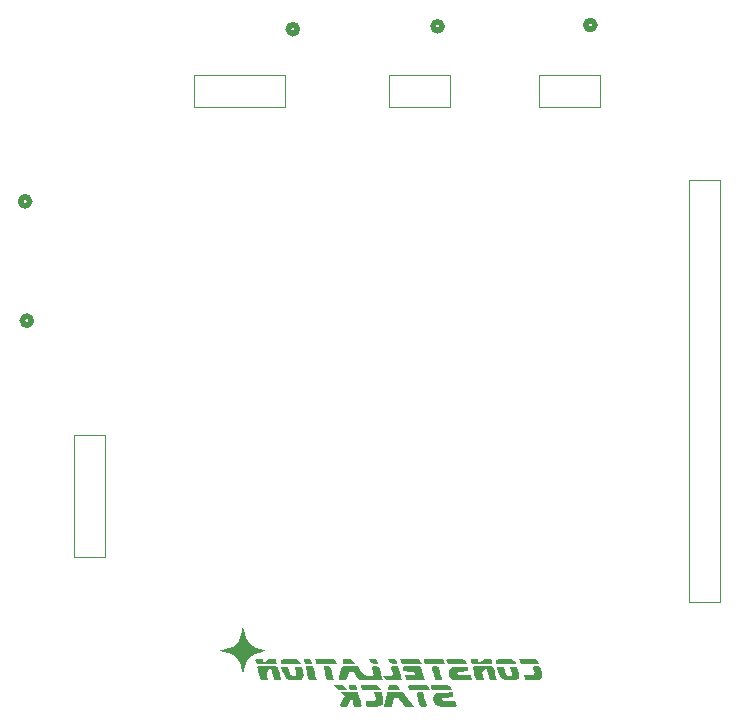
<source format=gbo>
G04 #@! TF.GenerationSoftware,KiCad,Pcbnew,8.0.6*
G04 #@! TF.CreationDate,2025-01-17T02:30:12-08:00*
G04 #@! TF.ProjectId,Constellation Saddle V1.0,436f6e73-7465-46c6-9c61-74696f6e2053,rev?*
G04 #@! TF.SameCoordinates,Original*
G04 #@! TF.FileFunction,Legend,Bot*
G04 #@! TF.FilePolarity,Positive*
%FSLAX46Y46*%
G04 Gerber Fmt 4.6, Leading zero omitted, Abs format (unit mm)*
G04 Created by KiCad (PCBNEW 8.0.6) date 2025-01-17 02:30:12*
%MOMM*%
%LPD*%
G01*
G04 APERTURE LIST*
%ADD10C,0.508000*%
%ADD11C,0.120000*%
%ADD12C,0.000000*%
%ADD13C,5.600000*%
%ADD14R,1.700000X1.700000*%
%ADD15O,1.700000X1.700000*%
%ADD16C,1.900000*%
%ADD17C,1.700000*%
G04 APERTURE END LIST*
D10*
X22886000Y-37277995D02*
G75*
G02*
X22124000Y-37277995I-381000J0D01*
G01*
X22124000Y-37277995D02*
G75*
G02*
X22886000Y-37277995I381000J0D01*
G01*
X57806000Y-22455000D02*
G75*
G02*
X57044000Y-22455000I-381000J0D01*
G01*
X57044000Y-22455000D02*
G75*
G02*
X57806000Y-22455000I381000J0D01*
G01*
X23037800Y-47381995D02*
G75*
G02*
X22275802Y-47381995I-380999J0D01*
G01*
X22275802Y-47381995D02*
G75*
G02*
X23037800Y-47381995I380999J0D01*
G01*
X70739000Y-22348500D02*
G75*
G02*
X69977000Y-22348500I-381000J0D01*
G01*
X69977000Y-22348500D02*
G75*
G02*
X70739000Y-22348500I381000J0D01*
G01*
X45556000Y-22700000D02*
G75*
G02*
X44794000Y-22700000I-381000J0D01*
G01*
X44794000Y-22700000D02*
G75*
G02*
X45556000Y-22700000I381000J0D01*
G01*
D11*
X36770000Y-29270000D02*
X36770000Y-26610000D01*
X44509999Y-26610000D02*
X36770000Y-26610000D01*
X44509999Y-29270000D02*
X36770000Y-29270000D01*
X44509999Y-29270000D02*
X44509999Y-26610000D01*
X53280000Y-26610000D02*
X53280000Y-29270000D01*
X53280000Y-26610000D02*
X58480000Y-26610000D01*
X53280000Y-29270000D02*
X58480000Y-29270000D01*
X58480000Y-26610000D02*
X58480000Y-29270000D01*
D12*
G36*
X65900218Y-76196323D02*
G01*
X65958575Y-76259937D01*
X66029624Y-76362065D01*
X66043163Y-76425310D01*
X65984325Y-76446351D01*
X65828127Y-76460888D01*
X65580021Y-76467027D01*
X65244640Y-76464540D01*
X64478982Y-76450593D01*
X64416779Y-76235553D01*
X64354577Y-76020513D01*
X65039492Y-76020513D01*
X65724407Y-76020513D01*
X65900218Y-76196323D01*
G37*
G36*
X55972424Y-76209350D02*
G01*
X56008322Y-76263785D01*
X56074500Y-76375432D01*
X56100742Y-76438263D01*
X56073455Y-76447901D01*
X55960636Y-76457992D01*
X55775646Y-76464459D01*
X55535049Y-76466788D01*
X55255408Y-76464466D01*
X54410074Y-76450593D01*
X54347863Y-76235553D01*
X54285653Y-76020513D01*
X55064879Y-76020513D01*
X55844106Y-76020513D01*
X55972424Y-76209350D01*
G37*
G36*
X52231823Y-76031081D02*
G01*
X52298157Y-76073546D01*
X52341668Y-76169166D01*
X52390043Y-76339272D01*
X52395132Y-76384270D01*
X52363283Y-76412039D01*
X52271760Y-76420543D01*
X52099981Y-76415168D01*
X52035632Y-76411994D01*
X51888795Y-76399634D01*
X51805884Y-76372010D01*
X51758673Y-76313943D01*
X51718937Y-76210254D01*
X51653450Y-76020513D01*
X51976276Y-76020513D01*
X52114976Y-76020441D01*
X52231823Y-76031081D01*
G37*
G36*
X53850946Y-76031081D02*
G01*
X53917281Y-76073546D01*
X53960791Y-76169166D01*
X54009167Y-76339272D01*
X54014255Y-76384270D01*
X53982406Y-76412039D01*
X53890883Y-76420543D01*
X53719105Y-76415168D01*
X53654755Y-76411994D01*
X53507919Y-76399634D01*
X53425007Y-76372010D01*
X53377796Y-76313943D01*
X53338061Y-76210254D01*
X53272573Y-76020513D01*
X53595399Y-76020513D01*
X53734100Y-76020441D01*
X53850946Y-76031081D01*
G37*
G36*
X46395555Y-76020519D02*
G01*
X46557412Y-76024168D01*
X46648866Y-76043366D01*
X46698584Y-76090975D01*
X46735235Y-76179856D01*
X46736596Y-76183782D01*
X46774912Y-76314309D01*
X46790782Y-76407546D01*
X46774689Y-76439578D01*
X46687901Y-76467352D01*
X46514275Y-76475892D01*
X46345515Y-76468070D01*
X46232569Y-76427902D01*
X46164894Y-76332662D01*
X46113750Y-76159657D01*
X46080487Y-76020513D01*
X46380087Y-76020513D01*
X46395555Y-76020519D01*
G37*
G36*
X49300347Y-78203168D02*
G01*
X49395498Y-78225259D01*
X49471817Y-78277571D01*
X49561001Y-78369894D01*
X49613065Y-78429224D01*
X49693678Y-78535428D01*
X49725443Y-78600248D01*
X49689561Y-78624564D01*
X49573732Y-78644221D01*
X49400363Y-78651589D01*
X49350027Y-78651501D01*
X49188356Y-78645220D01*
X49080210Y-78617723D01*
X48987059Y-78553377D01*
X48870375Y-78436549D01*
X48665467Y-78221509D01*
X49031013Y-78206194D01*
X49154670Y-78201507D01*
X49300347Y-78203168D01*
G37*
G36*
X46591693Y-76637439D02*
G01*
X46862433Y-76652983D01*
X47027160Y-77234856D01*
X47027668Y-77236651D01*
X47091598Y-77462965D01*
X47144208Y-77650123D01*
X47180062Y-77778727D01*
X47193725Y-77829378D01*
X47154564Y-77835476D01*
X47039333Y-77840213D01*
X46874384Y-77842027D01*
X46553206Y-77842027D01*
X46400325Y-77272804D01*
X46345996Y-77057644D01*
X46304063Y-76863572D01*
X46282138Y-76724973D01*
X46284199Y-76662738D01*
X46318973Y-76648301D01*
X46433544Y-76635795D01*
X46591693Y-76637439D01*
G37*
G36*
X47884955Y-76021139D02*
G01*
X48688192Y-76021766D01*
X48802037Y-76197522D01*
X48826510Y-76236505D01*
X48890305Y-76352787D01*
X48915882Y-76424584D01*
X48913081Y-76429901D01*
X48840614Y-76449448D01*
X48674695Y-76463884D01*
X48421503Y-76472826D01*
X48087216Y-76475892D01*
X47993255Y-76475863D01*
X47692672Y-76474047D01*
X47474809Y-76466170D01*
X47325019Y-76447782D01*
X47228655Y-76414435D01*
X47171069Y-76361677D01*
X47137614Y-76285060D01*
X47113642Y-76180133D01*
X47081718Y-76020513D01*
X47884955Y-76021139D01*
G37*
G36*
X50338085Y-78199054D02*
G01*
X50443323Y-78214920D01*
X50500144Y-78253882D01*
X50536257Y-78325998D01*
X50567642Y-78431046D01*
X50585603Y-78553688D01*
X50582887Y-78585709D01*
X50552093Y-78627845D01*
X50467722Y-78647037D01*
X50306064Y-78651589D01*
X50196797Y-78650806D01*
X50084714Y-78637038D01*
X50015188Y-78589586D01*
X49963738Y-78487557D01*
X49905882Y-78310055D01*
X49903063Y-78300892D01*
X49892787Y-78242109D01*
X49921467Y-78210838D01*
X50009845Y-78198425D01*
X50178665Y-78196210D01*
X50338085Y-78199054D01*
G37*
G36*
X53682367Y-78196255D02*
G01*
X53847466Y-78201535D01*
X53952576Y-78225450D01*
X54032928Y-78281912D01*
X54123752Y-78384830D01*
X54174144Y-78448084D01*
X54249552Y-78553628D01*
X54279228Y-78612520D01*
X54249720Y-78625265D01*
X54137725Y-78638881D01*
X53961661Y-78648160D01*
X53742322Y-78651589D01*
X53205416Y-78651589D01*
X53240940Y-78462233D01*
X53246729Y-78432432D01*
X53276046Y-78305680D01*
X53300154Y-78234544D01*
X53350426Y-78216317D01*
X53475836Y-78201782D01*
X53646061Y-78196210D01*
X53682367Y-78196255D01*
G37*
G36*
X56530822Y-78197463D02*
G01*
X56644666Y-78373219D01*
X56669139Y-78412202D01*
X56732934Y-78528484D01*
X56758511Y-78600282D01*
X56754116Y-78606825D01*
X56675775Y-78625881D01*
X56503947Y-78639928D01*
X56244499Y-78648615D01*
X55903301Y-78651589D01*
X55048092Y-78651589D01*
X54992544Y-78492246D01*
X54981526Y-78460778D01*
X54949230Y-78360388D01*
X54942528Y-78289260D01*
X54974019Y-78242374D01*
X55056303Y-78214709D01*
X55201980Y-78201245D01*
X55423649Y-78196961D01*
X55733909Y-78196837D01*
X56530822Y-78197463D01*
G37*
G36*
X56280957Y-79144916D02*
G01*
X56313101Y-79258929D01*
X56377634Y-79486826D01*
X56434163Y-79685374D01*
X56458490Y-79774606D01*
X56492268Y-79917715D01*
X56505523Y-80004134D01*
X56479568Y-80043658D01*
X56388650Y-80060864D01*
X56215339Y-80058198D01*
X55925154Y-80043023D01*
X55787326Y-79537047D01*
X55735017Y-79344855D01*
X55680536Y-79131827D01*
X55656345Y-78991458D01*
X55665431Y-78908617D01*
X55710783Y-78868177D01*
X55795389Y-78855007D01*
X55922237Y-78853979D01*
X56199110Y-78853979D01*
X56280957Y-79144916D01*
G37*
G36*
X57962575Y-76215432D02*
G01*
X57991920Y-76271297D01*
X58036753Y-76383469D01*
X58039356Y-76443122D01*
X58015787Y-76449830D01*
X57905623Y-76460161D01*
X57722853Y-76468424D01*
X57485515Y-76473906D01*
X57211652Y-76475892D01*
X57176733Y-76475888D01*
X56867932Y-76474492D01*
X56643913Y-76467326D01*
X56489712Y-76449682D01*
X56390366Y-76416849D01*
X56330909Y-76364119D01*
X56296378Y-76286784D01*
X56271810Y-76180133D01*
X56239886Y-76020513D01*
X57046455Y-76020513D01*
X57853024Y-76020513D01*
X57962575Y-76215432D01*
G37*
G36*
X49859899Y-76020739D02*
G01*
X50014629Y-76027405D01*
X50113950Y-76052734D01*
X50190854Y-76109164D01*
X50278333Y-76209133D01*
X50328726Y-76272386D01*
X50404134Y-76377931D01*
X50433810Y-76436822D01*
X50409771Y-76451107D01*
X50307368Y-76465475D01*
X50148021Y-76473423D01*
X49957444Y-76475219D01*
X49761350Y-76471125D01*
X49585451Y-76461406D01*
X49455460Y-76446328D01*
X49397091Y-76426155D01*
X49394001Y-76419834D01*
X49385339Y-76330533D01*
X49399736Y-76198465D01*
X49433120Y-76020513D01*
X49777988Y-76020513D01*
X49859899Y-76020739D01*
G37*
G36*
X52430655Y-78353245D02*
G01*
X52484099Y-78403411D01*
X52573982Y-78507604D01*
X52609507Y-78580934D01*
X52607389Y-78592021D01*
X52575682Y-78616669D01*
X52495614Y-78633749D01*
X52353986Y-78644461D01*
X52137599Y-78650007D01*
X51833253Y-78651589D01*
X51056999Y-78651589D01*
X50998393Y-78455978D01*
X50986301Y-78414929D01*
X50953112Y-78293074D01*
X50939786Y-78228288D01*
X50941475Y-78225983D01*
X51005486Y-78214337D01*
X51148416Y-78204880D01*
X51351456Y-78198531D01*
X51595794Y-78196210D01*
X52251803Y-78196210D01*
X52430655Y-78353245D01*
G37*
G36*
X59110526Y-76023792D02*
G01*
X59366793Y-76035413D01*
X59557460Y-76054213D01*
X59664783Y-76078909D01*
X59753920Y-76135265D01*
X59854809Y-76238025D01*
X59917742Y-76345508D01*
X59919978Y-76426723D01*
X59905125Y-76434960D01*
X59805303Y-76451542D01*
X59625865Y-76464480D01*
X59381766Y-76472891D01*
X59087965Y-76475892D01*
X58286339Y-76475892D01*
X58230791Y-76316548D01*
X58202333Y-76233754D01*
X58179829Y-76142434D01*
X58192220Y-76081799D01*
X58252767Y-76045568D01*
X58374728Y-76027463D01*
X58571363Y-76021204D01*
X58855931Y-76020513D01*
X59110526Y-76023792D01*
G37*
G36*
X63380843Y-76021153D02*
G01*
X63560437Y-76026043D01*
X63681670Y-76039655D01*
X63766653Y-76066462D01*
X63837497Y-76110935D01*
X63916312Y-76177548D01*
X63969756Y-76227713D01*
X64059639Y-76331907D01*
X64095164Y-76405237D01*
X64087632Y-76424189D01*
X64043558Y-76445572D01*
X63948906Y-76460395D01*
X63791027Y-76469697D01*
X63557276Y-76474516D01*
X63235005Y-76475892D01*
X62374846Y-76475892D01*
X62374846Y-76340732D01*
X62380994Y-76245868D01*
X62416307Y-76148877D01*
X62495642Y-76083795D01*
X62633209Y-76044673D01*
X62843221Y-76025562D01*
X63139891Y-76020513D01*
X63380843Y-76021153D01*
G37*
G36*
X42670803Y-76201681D02*
G01*
X42717674Y-76382849D01*
X42928108Y-76201681D01*
X42987651Y-76151738D01*
X43113774Y-76066547D01*
X43240744Y-76028949D01*
X43418449Y-76020513D01*
X43533703Y-76023808D01*
X43662389Y-76037731D01*
X43722047Y-76058847D01*
X43726146Y-76067072D01*
X43752317Y-76153675D01*
X43781262Y-76286536D01*
X43816785Y-76475892D01*
X42973712Y-76475892D01*
X42130638Y-76475892D01*
X42057324Y-76300425D01*
X42047083Y-76275403D01*
X42002225Y-76150691D01*
X41984009Y-76072736D01*
X42015879Y-76048741D01*
X42129231Y-76028162D01*
X42303970Y-76020513D01*
X42623931Y-76020513D01*
X42670803Y-76201681D01*
G37*
G36*
X45139085Y-76021044D02*
G01*
X45325205Y-76025471D01*
X45449854Y-76038053D01*
X45534762Y-76063048D01*
X45601661Y-76104714D01*
X45672284Y-76167307D01*
X45707674Y-76202481D01*
X45794626Y-76312322D01*
X45829427Y-76396220D01*
X45828911Y-76404920D01*
X45813473Y-76432698D01*
X45766239Y-76451845D01*
X45673336Y-76463479D01*
X45520895Y-76468715D01*
X45295046Y-76468672D01*
X44981917Y-76464466D01*
X44134407Y-76450593D01*
X44145614Y-76299177D01*
X44157811Y-76215224D01*
X44198367Y-76130874D01*
X44280251Y-76074573D01*
X44418375Y-76040976D01*
X44627651Y-76024738D01*
X44922990Y-76020513D01*
X45139085Y-76021044D01*
G37*
G36*
X48082963Y-76627732D02*
G01*
X48231002Y-76637049D01*
X48312645Y-76670937D01*
X48359220Y-76741529D01*
X48364976Y-76756186D01*
X48400131Y-76862152D01*
X48449944Y-77026219D01*
X48507102Y-77222555D01*
X48564290Y-77425331D01*
X48614193Y-77608715D01*
X48649500Y-77746878D01*
X48662894Y-77813988D01*
X48633294Y-77826239D01*
X48527071Y-77837630D01*
X48370210Y-77842027D01*
X48077527Y-77842027D01*
X47923163Y-77260256D01*
X47865456Y-77033289D01*
X47821707Y-76842400D01*
X47796539Y-76708995D01*
X47794200Y-76653085D01*
X47816369Y-76644711D01*
X47917096Y-76632490D01*
X48065240Y-76627684D01*
X48082963Y-76627732D01*
G37*
G36*
X54172219Y-76969218D02*
G01*
X54223905Y-77146570D01*
X54292092Y-77381075D01*
X54348726Y-77576390D01*
X54425567Y-77842027D01*
X53774777Y-77842027D01*
X53123987Y-77842027D01*
X52963690Y-77639637D01*
X52803394Y-77437246D01*
X53157691Y-77437246D01*
X53311281Y-77436865D01*
X53490083Y-77428691D01*
X53590787Y-77399259D01*
X53627737Y-77334914D01*
X53615275Y-77222002D01*
X53567745Y-77046867D01*
X53567517Y-77046067D01*
X53523419Y-76872985D01*
X53498966Y-76738270D01*
X53499448Y-76671028D01*
X53531650Y-76654124D01*
X53642576Y-76635091D01*
X53799394Y-76627684D01*
X54072553Y-76627684D01*
X54172219Y-76969218D01*
G37*
G36*
X57830935Y-78198146D02*
G01*
X58051006Y-78205664D01*
X58203957Y-78220548D01*
X58307419Y-78244572D01*
X58379026Y-78279509D01*
X58456194Y-78335709D01*
X58584663Y-78466993D01*
X58630623Y-78585363D01*
X58628962Y-78593535D01*
X58594305Y-78616943D01*
X58505774Y-78633512D01*
X58351550Y-78644182D01*
X58119814Y-78649894D01*
X57798748Y-78651589D01*
X57600979Y-78650495D01*
X57345454Y-78645469D01*
X57139082Y-78637069D01*
X56999210Y-78626072D01*
X56943182Y-78613255D01*
X56939083Y-78605030D01*
X56912912Y-78518427D01*
X56883968Y-78385566D01*
X56848444Y-78196210D01*
X57551183Y-78196210D01*
X57830935Y-78198146D01*
G37*
G36*
X57249563Y-76627858D02*
G01*
X57393053Y-76637971D01*
X57472080Y-76672004D01*
X57517388Y-76741529D01*
X57523144Y-76756186D01*
X57558298Y-76862152D01*
X57608112Y-77026219D01*
X57665269Y-77222555D01*
X57722457Y-77425331D01*
X57772361Y-77608715D01*
X57807667Y-77746878D01*
X57821061Y-77813988D01*
X57791054Y-77826295D01*
X57684418Y-77837647D01*
X57527200Y-77842027D01*
X57233338Y-77842027D01*
X57097120Y-77316407D01*
X57046506Y-77120879D01*
X56994482Y-76907138D01*
X56971047Y-76766188D01*
X56978790Y-76682897D01*
X57020299Y-76642137D01*
X57098164Y-76628776D01*
X57214974Y-76627684D01*
X57249563Y-76627858D01*
G37*
G36*
X52760636Y-79043720D02*
G01*
X52800270Y-79198480D01*
X52842893Y-79455641D01*
X52848025Y-79667894D01*
X52814007Y-79811392D01*
X52812773Y-79813653D01*
X52722570Y-79913162D01*
X52592874Y-79994563D01*
X52591653Y-79995089D01*
X52445669Y-80032231D01*
X52221523Y-80056799D01*
X51941467Y-80066341D01*
X51450519Y-80068322D01*
X51397825Y-79878581D01*
X51393002Y-79861215D01*
X51356325Y-79714679D01*
X51357055Y-79626128D01*
X51411138Y-79580958D01*
X51534521Y-79564565D01*
X51743152Y-79562346D01*
X51825722Y-79561923D01*
X52037427Y-79550971D01*
X52164164Y-79515769D01*
X52218151Y-79443837D01*
X52211604Y-79322696D01*
X52156743Y-79139865D01*
X52058384Y-78853979D01*
X52382165Y-78853979D01*
X52705946Y-78853979D01*
X52760636Y-79043720D01*
G37*
G36*
X50788583Y-79220812D02*
G01*
X50791196Y-79229844D01*
X50850345Y-79431676D01*
X50904601Y-79612569D01*
X50942519Y-79734338D01*
X50974860Y-79858221D01*
X50990384Y-79974677D01*
X50986495Y-80008291D01*
X50951491Y-80046417D01*
X50861062Y-80064039D01*
X50692417Y-80068322D01*
X50394450Y-80068322D01*
X50304887Y-79737450D01*
X50254506Y-79568358D01*
X50207430Y-79439698D01*
X50174406Y-79381289D01*
X50167417Y-79381070D01*
X50118178Y-79431768D01*
X50042657Y-79548779D01*
X49954128Y-79712161D01*
X49774769Y-80068322D01*
X49471819Y-80068322D01*
X49345865Y-80064306D01*
X49216187Y-80045393D01*
X49168870Y-80013948D01*
X49172032Y-79998388D01*
X49209285Y-79904776D01*
X49279622Y-79755337D01*
X49371873Y-79574261D01*
X49574877Y-79188947D01*
X49412546Y-79021463D01*
X49250214Y-78853979D01*
X49966363Y-78853979D01*
X50682513Y-78853979D01*
X50788583Y-79220812D01*
G37*
G36*
X60592969Y-76020554D02*
G01*
X60745791Y-76024655D01*
X60828954Y-76043758D01*
X60868386Y-76089461D01*
X60890016Y-76173359D01*
X60922156Y-76287751D01*
X60956631Y-76348482D01*
X60978505Y-76345800D01*
X61056942Y-76293290D01*
X61162411Y-76195636D01*
X61259261Y-76103034D01*
X61351184Y-76048087D01*
X61468369Y-76025131D01*
X61648728Y-76020513D01*
X61965308Y-76020513D01*
X62016387Y-76205506D01*
X62024194Y-76235547D01*
X62045878Y-76360612D01*
X62041078Y-76433195D01*
X62017538Y-76442188D01*
X61907922Y-76455555D01*
X61725654Y-76466241D01*
X61488521Y-76473326D01*
X61214310Y-76475892D01*
X61169738Y-76475886D01*
X60862302Y-76474424D01*
X60639306Y-76467141D01*
X60485838Y-76449373D01*
X60386988Y-76416454D01*
X60327842Y-76363717D01*
X60293490Y-76286499D01*
X60269021Y-76180133D01*
X60237097Y-76020513D01*
X60548272Y-76020513D01*
X60592969Y-76020554D01*
G37*
G36*
X65802126Y-76627727D02*
G01*
X65978801Y-76639414D01*
X66089095Y-76686676D01*
X66160012Y-76791031D01*
X66218554Y-76973999D01*
X66253370Y-77120968D01*
X66282600Y-77386395D01*
X66247627Y-77585083D01*
X66147649Y-77725545D01*
X66128383Y-77741716D01*
X66061217Y-77787348D01*
X65980176Y-77816625D01*
X65863436Y-77833117D01*
X65689171Y-77840395D01*
X65435558Y-77842027D01*
X64858885Y-77842027D01*
X64806191Y-77652286D01*
X64796932Y-77618369D01*
X64765888Y-77494038D01*
X64753216Y-77424597D01*
X64756571Y-77419653D01*
X64825495Y-77402848D01*
X64965179Y-77391081D01*
X65151519Y-77386649D01*
X65200918Y-77386477D01*
X65428008Y-77376452D01*
X65568666Y-77343338D01*
X65634984Y-77276527D01*
X65639054Y-77165411D01*
X65592969Y-76999382D01*
X65547225Y-76860490D01*
X65518326Y-76729282D01*
X65541448Y-76659792D01*
X65626650Y-76632450D01*
X65783989Y-76627684D01*
X65802126Y-76627727D01*
G37*
G36*
X53840161Y-78814603D02*
G01*
X54502555Y-78828681D01*
X54947465Y-79404144D01*
X55010316Y-79485882D01*
X55160809Y-79685559D01*
X55282054Y-79852113D01*
X55362944Y-79970072D01*
X55392376Y-80023965D01*
X55392110Y-80025688D01*
X55339448Y-80047233D01*
X55213096Y-80062514D01*
X55038659Y-80068322D01*
X54684942Y-80068322D01*
X54421124Y-79688840D01*
X54408439Y-79670601D01*
X54285704Y-79497832D01*
X54198096Y-79391344D01*
X54125518Y-79335116D01*
X54047872Y-79313127D01*
X53945060Y-79309358D01*
X53732813Y-79309358D01*
X53648386Y-79688840D01*
X53563959Y-80068322D01*
X53238526Y-80068322D01*
X53079856Y-80065801D01*
X52959235Y-80058688D01*
X52913093Y-80048593D01*
X52914872Y-80035105D01*
X52931935Y-79943453D01*
X52962887Y-79788228D01*
X53002546Y-79594400D01*
X53045733Y-79386941D01*
X53087266Y-79190820D01*
X53121966Y-79031007D01*
X53144651Y-78932473D01*
X53177768Y-78800526D01*
X53840161Y-78814603D01*
G37*
G36*
X44873803Y-77045115D02*
G01*
X44923450Y-77193402D01*
X44974117Y-77319981D01*
X45023822Y-77387272D01*
X45089886Y-77416269D01*
X45189629Y-77427968D01*
X45330357Y-77436263D01*
X45438433Y-77422018D01*
X45482577Y-77364214D01*
X45473482Y-77245354D01*
X45421838Y-77047942D01*
X45417741Y-77033607D01*
X45370081Y-76865031D01*
X45336290Y-76742293D01*
X45323451Y-76691093D01*
X45354512Y-76685405D01*
X45462217Y-76680264D01*
X45620369Y-76678282D01*
X45917288Y-76678282D01*
X45999852Y-76972538D01*
X46040558Y-77130657D01*
X46078469Y-77372928D01*
X46062057Y-77551763D01*
X45988438Y-77683280D01*
X45854726Y-77783600D01*
X45763517Y-77810611D01*
X45591599Y-77830796D01*
X45379964Y-77838796D01*
X45161279Y-77834463D01*
X44968208Y-77817651D01*
X44833419Y-77788211D01*
X44813499Y-77780514D01*
X44680047Y-77715301D01*
X44570431Y-77627033D01*
X44475267Y-77500617D01*
X44385169Y-77320956D01*
X44290753Y-77072959D01*
X44182634Y-76741529D01*
X44195457Y-76707836D01*
X44282368Y-76685223D01*
X44457961Y-76678282D01*
X44753040Y-76678282D01*
X44873803Y-77045115D01*
G37*
G36*
X58731818Y-78966978D02*
G01*
X58731065Y-78999817D01*
X58700681Y-79134073D01*
X58615050Y-79222417D01*
X58459337Y-79274474D01*
X58218708Y-79299866D01*
X58130117Y-79305252D01*
X57928453Y-79327381D01*
X57815539Y-79361777D01*
X57782205Y-79412673D01*
X57819281Y-79484305D01*
X57822201Y-79487679D01*
X57879167Y-79523947D01*
X57983155Y-79546881D01*
X58152160Y-79558880D01*
X58404179Y-79562346D01*
X58924309Y-79562346D01*
X58979856Y-79721689D01*
X59019019Y-79861427D01*
X59035404Y-79974677D01*
X59028573Y-80011465D01*
X58997639Y-80037349D01*
X58927184Y-80053946D01*
X58801791Y-80063287D01*
X58606044Y-80067402D01*
X58324524Y-80068322D01*
X58258434Y-80068241D01*
X57952949Y-80063859D01*
X57725905Y-80049391D01*
X57558157Y-80020128D01*
X57430563Y-79971363D01*
X57323982Y-79898387D01*
X57219270Y-79796494D01*
X57131011Y-79659831D01*
X57074580Y-79421474D01*
X57074125Y-79416695D01*
X57068664Y-79252628D01*
X57099313Y-79138703D01*
X57178541Y-79027692D01*
X57306078Y-78879278D01*
X58018948Y-78862804D01*
X58731818Y-78846331D01*
X58731818Y-78966978D01*
G37*
G36*
X61441195Y-76629805D02*
G01*
X61680462Y-76633549D01*
X61884566Y-76640861D01*
X62032585Y-76651795D01*
X62103597Y-76666407D01*
X62135667Y-76720363D01*
X62187206Y-76853858D01*
X62249227Y-77045009D01*
X62314425Y-77272804D01*
X62467617Y-77842027D01*
X62171833Y-77842027D01*
X61876050Y-77842027D01*
X61793135Y-77551091D01*
X61758903Y-77430492D01*
X61700923Y-77224530D01*
X61654521Y-77057764D01*
X61641720Y-77012976D01*
X61600283Y-76887468D01*
X61569135Y-76819687D01*
X61544736Y-76818045D01*
X61460376Y-76861198D01*
X61344001Y-76948088D01*
X61148554Y-77112176D01*
X61251825Y-77477101D01*
X61355096Y-77842027D01*
X61033520Y-77842027D01*
X60943939Y-77841178D01*
X60797460Y-77830638D01*
X60718772Y-77803362D01*
X60684754Y-77753481D01*
X60677830Y-77730779D01*
X60615271Y-77513232D01*
X60554419Y-77282577D01*
X60500443Y-77060909D01*
X60458514Y-76870324D01*
X60433799Y-76732919D01*
X60431468Y-76670790D01*
X60449681Y-76662686D01*
X60550934Y-76649412D01*
X60721635Y-76639433D01*
X60940860Y-76632802D01*
X61187687Y-76629574D01*
X61441195Y-76629805D01*
G37*
G36*
X55456492Y-76628666D02*
G01*
X55713511Y-76634488D01*
X55887124Y-76646309D01*
X55988095Y-76665003D01*
X56027190Y-76691444D01*
X56044144Y-76745102D01*
X56083394Y-76881052D01*
X56137046Y-77073162D01*
X56198654Y-77298615D01*
X56345652Y-77842027D01*
X55567806Y-77842027D01*
X54789961Y-77842027D01*
X54737267Y-77652286D01*
X54728007Y-77618369D01*
X54696964Y-77494038D01*
X54684291Y-77424597D01*
X54688322Y-77419226D01*
X54759395Y-77402624D01*
X54900857Y-77391016D01*
X55088790Y-77386649D01*
X55249000Y-77385940D01*
X55386941Y-77379655D01*
X55459931Y-77361611D01*
X55488599Y-77325639D01*
X55493571Y-77265568D01*
X55487172Y-77203495D01*
X55448332Y-77142074D01*
X55359322Y-77105409D01*
X55203220Y-77087679D01*
X54963107Y-77083063D01*
X54823890Y-77082563D01*
X54687862Y-77075643D01*
X54611291Y-77053057D01*
X54569339Y-77005513D01*
X54537166Y-76923720D01*
X54533494Y-76913207D01*
X54497540Y-76805211D01*
X54485987Y-76728574D01*
X54511632Y-76677923D01*
X54587274Y-76647882D01*
X54725713Y-76633079D01*
X54939745Y-76628137D01*
X55242171Y-76627684D01*
X55456492Y-76628666D01*
G37*
G36*
X59582388Y-76678880D02*
G01*
X59791323Y-76682492D01*
X59926707Y-76691192D01*
X60004121Y-76707020D01*
X60039144Y-76732016D01*
X60047356Y-76768219D01*
X60028766Y-76852628D01*
X59968590Y-76970609D01*
X59924708Y-77021815D01*
X59852546Y-77060776D01*
X59735179Y-77078725D01*
X59544706Y-77083063D01*
X59337823Y-77090542D01*
X59205233Y-77116310D01*
X59132055Y-77164435D01*
X59098411Y-77222136D01*
X59119739Y-77295200D01*
X59234275Y-77346489D01*
X59444041Y-77376730D01*
X59751062Y-77386649D01*
X60244990Y-77386649D01*
X60297683Y-77576390D01*
X60306943Y-77610307D01*
X60337986Y-77734638D01*
X60350659Y-77804079D01*
X60335636Y-77811512D01*
X60239335Y-77823598D01*
X60068698Y-77833274D01*
X59840997Y-77839698D01*
X59573502Y-77842027D01*
X59527364Y-77842013D01*
X59239283Y-77840611D01*
X59032309Y-77835459D01*
X58888754Y-77824508D01*
X58790932Y-77805709D01*
X58721154Y-77777011D01*
X58661734Y-77736364D01*
X58555159Y-77635834D01*
X58427579Y-77433673D01*
X58377949Y-77216870D01*
X58409518Y-77007135D01*
X58525535Y-76826183D01*
X58673436Y-76678282D01*
X59360396Y-76678282D01*
X59582388Y-76678880D01*
G37*
G36*
X63103656Y-76993478D02*
G01*
X63150599Y-77147572D01*
X63203762Y-77292606D01*
X63244641Y-77372960D01*
X63264782Y-77388886D01*
X63371389Y-77423461D01*
X63519487Y-77437246D01*
X63627428Y-77433205D01*
X63709287Y-77406974D01*
X63738607Y-77340167D01*
X63721615Y-77214521D01*
X63664537Y-77011774D01*
X63637852Y-76921037D01*
X63602880Y-76790360D01*
X63589188Y-76720838D01*
X63620464Y-76701899D01*
X63728346Y-76684852D01*
X63886623Y-76678282D01*
X64184057Y-76678282D01*
X64266105Y-77004916D01*
X64312428Y-77201107D01*
X64339537Y-77374913D01*
X64331488Y-77498165D01*
X64285865Y-77596143D01*
X64200252Y-77694126D01*
X64132857Y-77757418D01*
X64059260Y-77804400D01*
X63964699Y-77829702D01*
X63822435Y-77839967D01*
X63605730Y-77841838D01*
X63402148Y-77838519D01*
X63225268Y-77823202D01*
X63096479Y-77790887D01*
X62986910Y-77736670D01*
X62868270Y-77657574D01*
X62766527Y-77565236D01*
X62683600Y-77448557D01*
X62609091Y-77288972D01*
X62532604Y-77067917D01*
X62443742Y-76766828D01*
X62438440Y-76731328D01*
X62464734Y-76697405D01*
X62550815Y-76681949D01*
X62717324Y-76678282D01*
X63016024Y-76678282D01*
X63103656Y-76993478D01*
G37*
G36*
X43250069Y-76630956D02*
G01*
X43487264Y-76638464D01*
X43685661Y-76649486D01*
X43824569Y-76663832D01*
X43883292Y-76681312D01*
X43901394Y-76730313D01*
X43940768Y-76856524D01*
X43993406Y-77034085D01*
X44052291Y-77238347D01*
X44110409Y-77444658D01*
X44160744Y-77628368D01*
X44196281Y-77764825D01*
X44210006Y-77829378D01*
X44179755Y-77834953D01*
X44072864Y-77840058D01*
X43915372Y-77842027D01*
X43620439Y-77842027D01*
X43478850Y-77335056D01*
X43433703Y-77178579D01*
X43375547Y-76992412D01*
X43328943Y-76860955D01*
X43301123Y-76805750D01*
X43279608Y-76808215D01*
X43201439Y-76860232D01*
X43096246Y-76957508D01*
X43030095Y-77028790D01*
X42978874Y-77105191D01*
X42958465Y-77191552D01*
X42968312Y-77309653D01*
X43007859Y-77481270D01*
X43076549Y-77728182D01*
X43081693Y-77746938D01*
X43086434Y-77800366D01*
X43051490Y-77828768D01*
X42956363Y-77840026D01*
X42780550Y-77842027D01*
X42452140Y-77842027D01*
X42300548Y-77272804D01*
X42245696Y-77058209D01*
X42200922Y-76864587D01*
X42174427Y-76726786D01*
X42170663Y-76665633D01*
X42206449Y-76652742D01*
X42327213Y-76639843D01*
X42512651Y-76631404D01*
X42742069Y-76627236D01*
X42994773Y-76627150D01*
X43250069Y-76630956D01*
G37*
G36*
X40961305Y-73321791D02*
G01*
X40988432Y-73422109D01*
X41021479Y-73575166D01*
X41085914Y-73867027D01*
X41201432Y-74243634D01*
X41346066Y-74540509D01*
X41530998Y-74770344D01*
X41767407Y-74945828D01*
X42066477Y-75079655D01*
X42439388Y-75184514D01*
X42647598Y-75232909D01*
X42808052Y-75275797D01*
X42876270Y-75308806D01*
X42855805Y-75338548D01*
X42750210Y-75371638D01*
X42563038Y-75414689D01*
X42314573Y-75474931D01*
X41959168Y-75591532D01*
X41681795Y-75736971D01*
X41467932Y-75925555D01*
X41303057Y-76171588D01*
X41172649Y-76489378D01*
X41062185Y-76893230D01*
X40954271Y-77355948D01*
X40839042Y-76886197D01*
X40815991Y-76795942D01*
X40747882Y-76558552D01*
X40677094Y-76345123D01*
X40615702Y-76193120D01*
X40568589Y-76106009D01*
X40370771Y-75864410D01*
X40093644Y-75669243D01*
X39732363Y-75517653D01*
X39282082Y-75406781D01*
X39280970Y-75406576D01*
X39118577Y-75371053D01*
X39008675Y-75336237D01*
X38975001Y-75309639D01*
X38994210Y-75296359D01*
X39090559Y-75265672D01*
X39234968Y-75237616D01*
X39344695Y-75219846D01*
X39766450Y-75118202D01*
X40106053Y-74969549D01*
X40373958Y-74763993D01*
X40580617Y-74491640D01*
X40736485Y-74142593D01*
X40852014Y-73706959D01*
X40862430Y-73656615D01*
X40900879Y-73479026D01*
X40931326Y-73350796D01*
X40947935Y-73296879D01*
X40961305Y-73321791D01*
G37*
G36*
X50661499Y-76631754D02*
G01*
X50889188Y-76937135D01*
X50903235Y-76955973D01*
X51056204Y-77158627D01*
X51169006Y-77294513D01*
X51260483Y-77376974D01*
X51349477Y-77419354D01*
X51454832Y-77434997D01*
X51595388Y-77437246D01*
X51657592Y-77437202D01*
X51852545Y-77431875D01*
X51964613Y-77406014D01*
X52008495Y-77343230D01*
X51998893Y-77227133D01*
X51950508Y-77041333D01*
X51948914Y-77035575D01*
X51908088Y-76862292D01*
X51889417Y-76728499D01*
X51896938Y-76662738D01*
X51932335Y-76648449D01*
X52048126Y-76635818D01*
X52206741Y-76637439D01*
X52293041Y-76643415D01*
X52415410Y-76663417D01*
X52478561Y-76704332D01*
X52511021Y-76779477D01*
X52522165Y-76819894D01*
X52561032Y-76960622D01*
X52614794Y-77155115D01*
X52675332Y-77373999D01*
X52804815Y-77842027D01*
X51805692Y-77842027D01*
X50806569Y-77842027D01*
X50539674Y-77459766D01*
X50532370Y-77449307D01*
X50406932Y-77273178D01*
X50318576Y-77164761D01*
X50248468Y-77108771D01*
X50177773Y-77089924D01*
X50087657Y-77092933D01*
X50014775Y-77100371D01*
X49945495Y-77122527D01*
X49898288Y-77178025D01*
X49857331Y-77288401D01*
X49806799Y-77475194D01*
X49711062Y-77842027D01*
X49389368Y-77842027D01*
X49234231Y-77839565D01*
X49113790Y-77832445D01*
X49067674Y-77822298D01*
X49070803Y-77799031D01*
X49090363Y-77694005D01*
X49123257Y-77529786D01*
X49164117Y-77331959D01*
X49207572Y-77126107D01*
X49248253Y-76937812D01*
X49280791Y-76792659D01*
X49299816Y-76716230D01*
X49308583Y-76695775D01*
X49341923Y-76665758D01*
X49410767Y-76646189D01*
X49531532Y-76635022D01*
X49720635Y-76630213D01*
X49994490Y-76629719D01*
X50661499Y-76631754D01*
G37*
D11*
X26610000Y-57090000D02*
X26610000Y-67370000D01*
X29270000Y-57090000D02*
X26610000Y-57090000D01*
X29270000Y-57090000D02*
X29270000Y-67370000D01*
X29270000Y-67370000D02*
X26610000Y-67370000D01*
X65980000Y-26610000D02*
X65980000Y-29270000D01*
X65980000Y-26610000D02*
X71180000Y-26610000D01*
X65980000Y-29270000D02*
X71180000Y-29270000D01*
X71180000Y-26610000D02*
X71180000Y-29270000D01*
X78680000Y-35500000D02*
X81340000Y-35500000D01*
X78680000Y-71180000D02*
X78680000Y-35500000D01*
X78680000Y-71180000D02*
X81340000Y-71180000D01*
X81340000Y-71180000D02*
X81340000Y-35500000D01*
%LPC*%
D13*
X78740000Y-78740000D03*
D14*
X96520000Y-62865000D03*
D15*
X96520000Y-65405000D03*
D14*
X96520000Y-67945000D03*
D15*
X96520000Y-70485000D03*
D13*
X29210000Y-78740000D03*
D16*
X20600000Y-37277995D03*
X15600000Y-37277995D03*
X20600000Y-40777995D03*
X15600000Y-40777995D03*
X57425000Y-20550000D03*
X57425000Y-15550000D03*
X53925000Y-20550000D03*
X53925000Y-15550000D03*
X20777200Y-47381995D03*
X15777200Y-47381995D03*
X20777200Y-50881995D03*
X15777201Y-50881996D03*
X20777200Y-54381997D03*
X15777200Y-54381997D03*
X20777200Y-57881998D03*
X15777200Y-57881998D03*
X20777200Y-61381998D03*
X15777200Y-61381998D03*
X20777200Y-64881998D03*
X15777200Y-64881998D03*
X20777200Y-68381999D03*
X15777200Y-68381999D03*
X20777200Y-71882000D03*
X15777200Y-71882000D03*
X70358000Y-20443500D03*
X70358000Y-15443500D03*
X66858000Y-20443500D03*
X66858000Y-15443500D03*
X45175000Y-20700000D03*
X45175000Y-15700000D03*
X41675000Y-20700000D03*
X41675000Y-15700000D03*
X38174999Y-20700000D03*
X38174999Y-15700000D03*
D13*
X78740000Y-29210000D03*
D14*
X96520000Y-45085000D03*
D15*
X96520000Y-47625000D03*
D14*
X96520000Y-50164999D03*
D15*
X96520000Y-52705000D03*
D14*
X70485000Y-96520000D03*
D15*
X67945001Y-96520000D03*
D14*
X65404999Y-96520000D03*
D15*
X62865000Y-96520000D03*
D13*
X29210000Y-29210000D03*
D14*
X52705000Y-96520000D03*
D15*
X50165001Y-96520000D03*
D14*
X47624999Y-96520000D03*
D15*
X45085000Y-96520000D03*
D17*
X38100000Y-27940000D03*
D15*
X40640000Y-27940000D03*
D14*
X43179999Y-27940000D03*
D17*
X57150000Y-27940000D03*
D15*
X54610000Y-27940000D03*
D17*
X27940000Y-66040000D03*
D15*
X27940000Y-63500000D03*
X27940000Y-60960001D03*
X27940000Y-58420000D03*
D14*
X69850000Y-27940000D03*
D15*
X67310000Y-27940000D03*
D17*
X80010000Y-36830000D03*
D15*
X80010000Y-39370000D03*
X80010000Y-41910000D03*
X80010000Y-44450000D03*
X80010000Y-46990000D03*
X80010000Y-49530000D03*
X80010000Y-52070000D03*
X80010000Y-54610000D03*
X80010000Y-57150000D03*
X80010000Y-59690000D03*
X80010000Y-62230000D03*
X80010000Y-64770000D03*
X80010000Y-67310000D03*
D14*
X80010000Y-69850000D03*
%LPD*%
M02*

</source>
